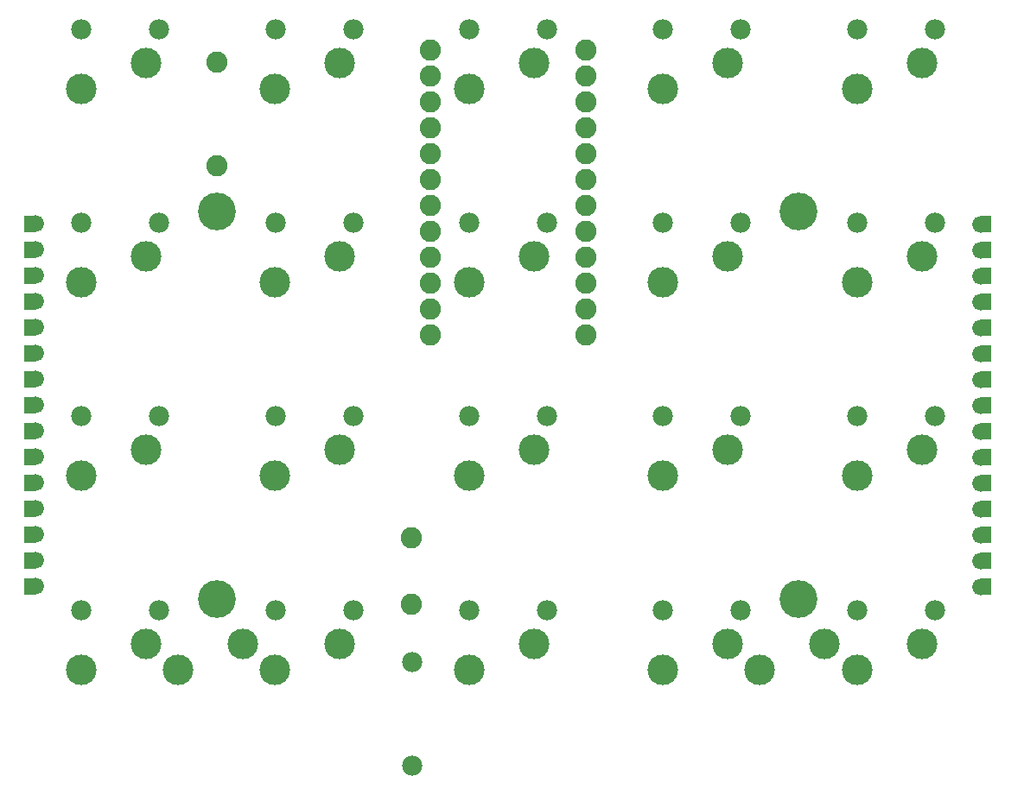
<source format=gts>
G04 Layer: TopSolderMaskLayer*
G04 EasyEDA v6.5.9, 2022-07-27 19:44:39*
G04 76ed2510ce1c47f1be3c58ea14bf5d85,facc937cdf584d0a9360c289f8e84b41,10*
G04 Gerber Generator version 0.2*
G04 Scale: 100 percent, Rotated: No, Reflected: No *
G04 Dimensions in millimeters *
G04 leading zeros omitted , absolute positions ,4 integer and 5 decimal *
%FSLAX45Y45*%
%MOMM*%

%ADD10C,1.6764*%
%ADD11C,1.9812*%
%ADD12C,2.0828*%
%ADD13C,2.0836*%
%ADD14C,3.0032*%
%ADD15C,2.0832*%
%ADD16C,3.0040*%
%ADD17C,3.7032*%
%ADD18C,0.0184*%

%LPD*%
G36*
X-9719310Y-6428486D02*
G01*
X-9719310Y-6260845D01*
X-9609328Y-6260845D01*
X-9609328Y-6428486D01*
G37*
G36*
X-9719310Y-6174486D02*
G01*
X-9719310Y-6006845D01*
X-9609328Y-6006845D01*
X-9609328Y-6174486D01*
G37*
G36*
X-9719310Y-5920486D02*
G01*
X-9719310Y-5752845D01*
X-9609328Y-5752845D01*
X-9609328Y-5920486D01*
G37*
G36*
X-9719310Y-5666486D02*
G01*
X-9719310Y-5498845D01*
X-9609328Y-5498845D01*
X-9609328Y-5666486D01*
G37*
G36*
X-9719310Y-5158486D02*
G01*
X-9719310Y-4990845D01*
X-9609328Y-4990845D01*
X-9609328Y-5158486D01*
G37*
G36*
X-9719310Y-5412486D02*
G01*
X-9719310Y-5244845D01*
X-9609328Y-5244845D01*
X-9609328Y-5412486D01*
G37*
G36*
X-9719563Y-4142486D02*
G01*
X-9719563Y-3974845D01*
X-9609328Y-3974845D01*
X-9609328Y-4142486D01*
G37*
G36*
X-9719563Y-4396486D02*
G01*
X-9719563Y-4228845D01*
X-9609328Y-4228845D01*
X-9609328Y-4396486D01*
G37*
G36*
X-9719563Y-4650486D02*
G01*
X-9719563Y-4482845D01*
X-9609328Y-4482845D01*
X-9609328Y-4650486D01*
G37*
G36*
X-9719563Y-4904486D02*
G01*
X-9719563Y-4736845D01*
X-9609328Y-4736845D01*
X-9609328Y-4904486D01*
G37*
G36*
X-9719310Y-3126486D02*
G01*
X-9719310Y-2958845D01*
X-9609328Y-2958845D01*
X-9609328Y-3126486D01*
G37*
G36*
X-9719310Y-3380486D02*
G01*
X-9719310Y-3212845D01*
X-9609328Y-3212845D01*
X-9609328Y-3380486D01*
G37*
G36*
X-9719310Y-3634486D02*
G01*
X-9719310Y-3466845D01*
X-9609328Y-3466845D01*
X-9609328Y-3634486D01*
G37*
G36*
X-9719310Y-3888486D02*
G01*
X-9719310Y-3720845D01*
X-9609328Y-3720845D01*
X-9609328Y-3888486D01*
G37*
G36*
X-9719310Y-2872486D02*
G01*
X-9719310Y-2704845D01*
X-9609328Y-2704845D01*
X-9609328Y-2872486D01*
G37*
D10*
G01*
X-9613519Y-6090665D03*
G01*
X-9613544Y-2788665D03*
G01*
X-9613544Y-3042665D03*
G01*
X-9613544Y-3296665D03*
G01*
X-9613544Y-3550665D03*
G01*
X-9613544Y-3804665D03*
G01*
X-9613544Y-4058640D03*
G01*
X-9613544Y-4312640D03*
G01*
X-9613544Y-4566640D03*
G01*
X-9613544Y-4820640D03*
G01*
X-9613519Y-5074665D03*
G01*
X-9613519Y-5328665D03*
G01*
X-9613519Y-5582665D03*
G01*
X-9613519Y-5836665D03*
G01*
X-9613544Y-6344665D03*
G36*
X-357378Y-2872994D02*
G01*
X-357378Y-2705354D01*
X-247142Y-2705354D01*
X-247142Y-2872994D01*
G37*
G36*
X-357378Y-3126994D02*
G01*
X-357378Y-2959354D01*
X-247142Y-2959354D01*
X-247142Y-3126994D01*
G37*
G36*
X-357378Y-3380994D02*
G01*
X-357378Y-3213354D01*
X-247142Y-3213354D01*
X-247142Y-3380994D01*
G37*
G36*
X-357378Y-3634994D02*
G01*
X-357378Y-3467354D01*
X-247142Y-3467354D01*
X-247142Y-3634994D01*
G37*
G36*
X-357378Y-4142994D02*
G01*
X-357378Y-3975354D01*
X-247142Y-3975354D01*
X-247142Y-4142994D01*
G37*
G36*
X-357378Y-3888994D02*
G01*
X-357378Y-3721354D01*
X-247142Y-3721354D01*
X-247142Y-3888994D01*
G37*
G36*
X-357378Y-5158994D02*
G01*
X-357378Y-4991607D01*
X-247142Y-4991607D01*
X-247142Y-5158994D01*
G37*
G36*
X-357378Y-4905247D02*
G01*
X-357378Y-4737607D01*
X-247142Y-4737607D01*
X-247142Y-4905247D01*
G37*
G36*
X-357378Y-4651247D02*
G01*
X-357378Y-4483607D01*
X-247142Y-4483607D01*
X-247142Y-4651247D01*
G37*
G36*
X-357378Y-4397247D02*
G01*
X-357378Y-4229607D01*
X-247142Y-4229607D01*
X-247142Y-4397247D01*
G37*
G36*
X-357378Y-6174994D02*
G01*
X-357378Y-6007354D01*
X-247142Y-6007354D01*
X-247142Y-6174994D01*
G37*
G36*
X-357378Y-5920994D02*
G01*
X-357378Y-5753354D01*
X-247142Y-5753354D01*
X-247142Y-5920994D01*
G37*
G36*
X-357378Y-5666994D02*
G01*
X-357378Y-5499354D01*
X-247142Y-5499354D01*
X-247142Y-5666994D01*
G37*
G36*
X-357378Y-5412994D02*
G01*
X-357378Y-5245354D01*
X-247142Y-5245354D01*
X-247142Y-5412994D01*
G37*
G36*
X-357378Y-6428994D02*
G01*
X-357378Y-6261354D01*
X-247142Y-6261354D01*
X-247142Y-6428994D01*
G37*
G01*
X-353034Y-6345275D03*
G01*
X-353034Y-6091275D03*
G01*
X-353034Y-5837275D03*
G01*
X-353034Y-5583275D03*
G01*
X-353034Y-5329275D03*
G01*
X-353034Y-5075301D03*
G01*
X-353034Y-4821301D03*
G01*
X-353034Y-4567301D03*
G01*
X-353034Y-4313301D03*
G01*
X-353060Y-4059275D03*
G01*
X-353060Y-3805275D03*
G01*
X-353060Y-3551275D03*
G01*
X-353060Y-3297275D03*
G01*
X-353060Y-3043275D03*
G01*
X-353034Y-2789275D03*
D11*
G01*
X-5924042Y-7088886D03*
G01*
X-5924042Y-8104886D03*
D12*
G01*
X-7829981Y-1199006D03*
G01*
X-7829981Y-2215006D03*
D13*
G01*
X-5742000Y-3873982D03*
G01*
X-5742000Y-3619982D03*
G01*
X-5742000Y-3365982D03*
G01*
X-5742000Y-3111982D03*
G01*
X-5742000Y-2857982D03*
G01*
X-5742000Y-2603982D03*
G01*
X-5742000Y-2349982D03*
G01*
X-5742000Y-2095982D03*
G01*
X-5742000Y-1841982D03*
G01*
X-5742000Y-1587982D03*
G01*
X-5742000Y-1333982D03*
G01*
X-5742000Y-1079982D03*
G01*
X-4218000Y-1079982D03*
G01*
X-4218000Y-1333982D03*
G01*
X-4218000Y-1587982D03*
G01*
X-4218000Y-1841982D03*
G01*
X-4218000Y-2095982D03*
G01*
X-4218000Y-2349982D03*
G01*
X-4218000Y-2603982D03*
G01*
X-4218000Y-2857982D03*
G01*
X-4218000Y-3111982D03*
G01*
X-4218000Y-3365982D03*
G01*
X-4218000Y-3619982D03*
G01*
X-4218000Y-3873982D03*
D11*
G01*
X-9159976Y-876985D03*
G01*
X-8397976Y-876985D03*
G01*
X-3461004Y-877011D03*
G01*
X-2699004Y-877011D03*
G01*
X-1561007Y-877011D03*
G01*
X-799007Y-877011D03*
G01*
X-1561007Y-2777007D03*
G01*
X-799007Y-2777007D03*
G01*
X-3461004Y-2777007D03*
G01*
X-2699004Y-2777007D03*
G01*
X-5361000Y-2777007D03*
G01*
X-4599000Y-2777007D03*
G01*
X-7260996Y-2777007D03*
G01*
X-6498996Y-2777007D03*
G01*
X-9160992Y-2777007D03*
G01*
X-8398992Y-2777007D03*
G01*
X-1561007Y-4677003D03*
G01*
X-799007Y-4677003D03*
G01*
X-3461004Y-4677003D03*
G01*
X-2699004Y-4677003D03*
G01*
X-5361000Y-4677003D03*
G01*
X-4599000Y-4677003D03*
G01*
X-7260996Y-4677003D03*
G01*
X-6498996Y-4677003D03*
G01*
X-9160992Y-4677003D03*
G01*
X-8398992Y-4677003D03*
G01*
X-1561007Y-6576999D03*
G01*
X-799007Y-6576999D03*
G01*
X-3461004Y-6576999D03*
G01*
X-2699004Y-6576999D03*
G01*
X-5361000Y-6576999D03*
G01*
X-4599000Y-6576999D03*
G01*
X-7260996Y-6576999D03*
G01*
X-6498996Y-6576999D03*
G01*
X-9160992Y-6576999D03*
G01*
X-8398992Y-6576999D03*
G01*
X-5361000Y-877011D03*
G01*
X-4599000Y-877011D03*
G01*
X-7260996Y-877011D03*
G01*
X-6498996Y-877011D03*
D14*
G01*
X-7577988Y-6905980D03*
G01*
X-8212988Y-7159980D03*
G01*
X-1878990Y-6905980D03*
G01*
X-2513990Y-7159980D03*
D15*
G01*
X-5926988Y-6516115D03*
G01*
X-5926988Y-5865876D03*
D16*
G01*
X-9163507Y-1460449D03*
G01*
X-8528507Y-1206449D03*
G01*
X-7263511Y-1460449D03*
G01*
X-6628511Y-1206449D03*
G01*
X-5363514Y-1460449D03*
G01*
X-4728514Y-1206449D03*
G01*
X-3463518Y-1460449D03*
G01*
X-2828518Y-1206449D03*
G01*
X-1563522Y-1460449D03*
G01*
X-928522Y-1206449D03*
G01*
X-1563522Y-3360445D03*
G01*
X-928522Y-3106445D03*
G01*
X-3463518Y-3360445D03*
G01*
X-2828518Y-3106445D03*
G01*
X-5363514Y-3360445D03*
G01*
X-4728514Y-3106445D03*
G01*
X-7263511Y-3360445D03*
G01*
X-6628511Y-3106445D03*
G01*
X-9163507Y-3360445D03*
G01*
X-8528507Y-3106445D03*
G01*
X-1563522Y-5260441D03*
G01*
X-928522Y-5006441D03*
G01*
X-3463518Y-5260441D03*
G01*
X-2828518Y-5006441D03*
G01*
X-5363514Y-5260441D03*
G01*
X-4728514Y-5006441D03*
G01*
X-7263511Y-5260441D03*
G01*
X-6628511Y-5006441D03*
G01*
X-9163507Y-5260441D03*
G01*
X-8528507Y-5006441D03*
G01*
X-1563522Y-7160437D03*
G01*
X-928522Y-6906437D03*
G01*
X-3463518Y-7160437D03*
G01*
X-2828518Y-6906437D03*
G01*
X-5363514Y-7160437D03*
G01*
X-4728514Y-6906437D03*
G01*
X-7263511Y-7160437D03*
G01*
X-6628511Y-6906437D03*
G01*
X-9163507Y-7160437D03*
G01*
X-8528507Y-6906437D03*
D17*
G01*
X-7829981Y-2667000D03*
G01*
X-2132507Y-2664485D03*
G01*
X-2132507Y-6464477D03*
G01*
X-7836382Y-6464477D03*
M02*

</source>
